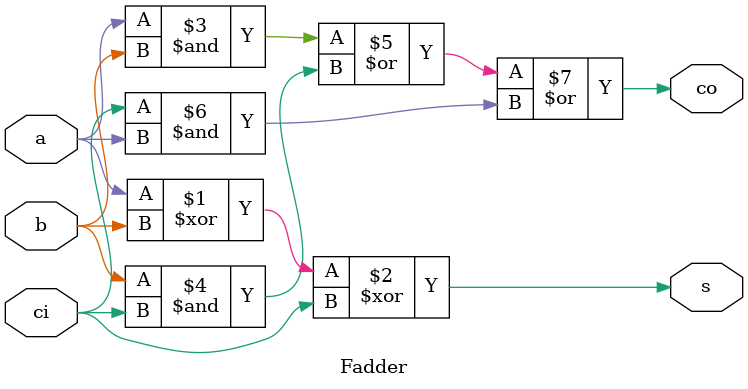
<source format=v>
`timescale 1ns / 1ps


module Fadder(a,b,ci,s,co);
    input a,b,ci;
    output s,co;
    assign s= a^b^ci;
    assign co= a&b | b&ci | ci&a;
endmodule

</source>
